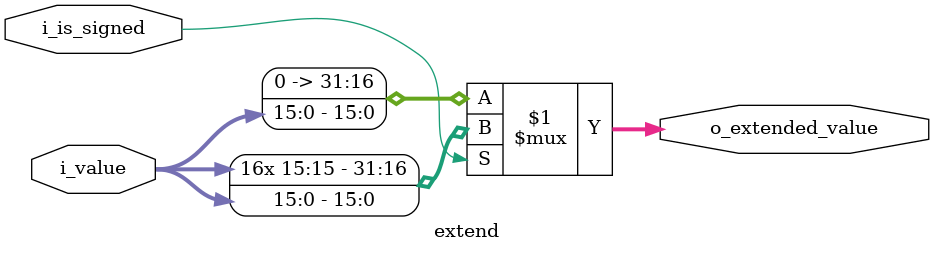
<source format=v>
`timescale 1ns / 1ps

module extend
    #(
        parameter DATA_ORIGINAL_SIZE = 16,
        parameter DATA_EXTENDED_SIZE = 32
    )
    (
        input wire [DATA_ORIGINAL_SIZE - 1 : 0] i_value,
        input wire i_is_signed,  // Control signal: 1 for signed extension, 0 for unsigned extension
        output wire [DATA_EXTENDED_SIZE - 1 : 0] o_extended_value
    );

    // Extend the input value based on the i_is_signed control signal
    assign o_extended_value = i_is_signed ? 
        {{(DATA_EXTENDED_SIZE - DATA_ORIGINAL_SIZE){i_value[DATA_ORIGINAL_SIZE - 1]}}, i_value} : 
        {{(DATA_EXTENDED_SIZE - DATA_ORIGINAL_SIZE){1'b0}}, i_value};

endmodule
</source>
